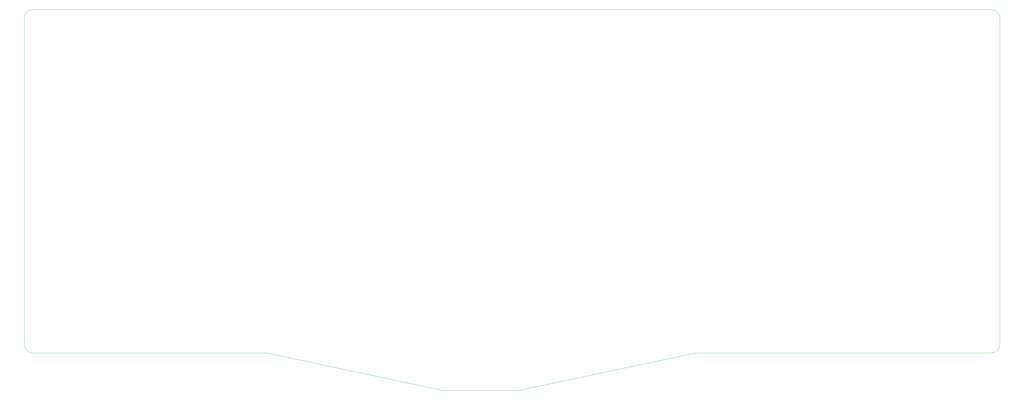
<source format=gbr>
G04 #@! TF.GenerationSoftware,KiCad,Pcbnew,(5.1.6)-1*
G04 #@! TF.CreationDate,2020-10-24T16:54:59-05:00*
G04 #@! TF.ProjectId,basketweave_bottom,6261736b-6574-4776-9561-76655f626f74,rev?*
G04 #@! TF.SameCoordinates,Original*
G04 #@! TF.FileFunction,Profile,NP*
%FSLAX46Y46*%
G04 Gerber Fmt 4.6, Leading zero omitted, Abs format (unit mm)*
G04 Created by KiCad (PCBNEW (5.1.6)-1) date 2020-10-24 16:54:59*
%MOMM*%
%LPD*%
G01*
G04 APERTURE LIST*
G04 #@! TA.AperFunction,Profile*
%ADD10C,0.050000*%
G04 #@! TD*
G04 APERTURE END LIST*
D10*
X394493750Y-200818750D02*
G75*
G02*
X391318750Y-203993750I-3175000J0D01*
G01*
X26193750Y-203993750D02*
X115443000Y-203993750D01*
X391318750Y-73025000D02*
G75*
G02*
X394493750Y-76200000I0J-3175000D01*
G01*
X391318750Y-203993750D02*
X278606250Y-203993750D01*
X278606250Y-203993750D02*
X211137500Y-218281250D01*
X182562500Y-218281250D02*
X211137500Y-218281250D01*
X115443000Y-203993750D02*
X182562500Y-218281250D01*
X23018750Y-76200000D02*
G75*
G02*
X26193750Y-73025000I3175000J0D01*
G01*
X26193750Y-73025000D02*
X391318750Y-73025000D01*
X23018750Y-76200000D02*
X23018750Y-200818750D01*
X394493750Y-76200000D02*
X394493750Y-200818750D01*
X26193750Y-203993750D02*
G75*
G02*
X23018750Y-200818750I0J3175000D01*
G01*
M02*

</source>
